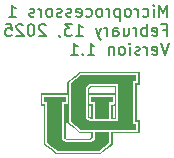
<source format=gbr>
%TF.GenerationSoftware,KiCad,Pcbnew,8.0.8*%
%TF.CreationDate,2025-02-13T00:23:47-07:00*%
%TF.ProjectId,Uno_Shield_ThermoPro,556e6f5f-5368-4696-956c-645f54686572,rev?*%
%TF.SameCoordinates,Original*%
%TF.FileFunction,Legend,Bot*%
%TF.FilePolarity,Positive*%
%FSLAX46Y46*%
G04 Gerber Fmt 4.6, Leading zero omitted, Abs format (unit mm)*
G04 Created by KiCad (PCBNEW 8.0.8) date 2025-02-13 00:23:47*
%MOMM*%
%LPD*%
G01*
G04 APERTURE LIST*
%ADD10C,0.150000*%
%ADD11C,0.000000*%
G04 APERTURE END LIST*
D10*
X121043220Y-76029931D02*
X121043220Y-75029931D01*
X121043220Y-75029931D02*
X120709887Y-75744216D01*
X120709887Y-75744216D02*
X120376554Y-75029931D01*
X120376554Y-75029931D02*
X120376554Y-76029931D01*
X119900363Y-76029931D02*
X119900363Y-75363264D01*
X119900363Y-75029931D02*
X119947982Y-75077550D01*
X119947982Y-75077550D02*
X119900363Y-75125169D01*
X119900363Y-75125169D02*
X119852744Y-75077550D01*
X119852744Y-75077550D02*
X119900363Y-75029931D01*
X119900363Y-75029931D02*
X119900363Y-75125169D01*
X118995602Y-75982312D02*
X119090840Y-76029931D01*
X119090840Y-76029931D02*
X119281316Y-76029931D01*
X119281316Y-76029931D02*
X119376554Y-75982312D01*
X119376554Y-75982312D02*
X119424173Y-75934692D01*
X119424173Y-75934692D02*
X119471792Y-75839454D01*
X119471792Y-75839454D02*
X119471792Y-75553740D01*
X119471792Y-75553740D02*
X119424173Y-75458502D01*
X119424173Y-75458502D02*
X119376554Y-75410883D01*
X119376554Y-75410883D02*
X119281316Y-75363264D01*
X119281316Y-75363264D02*
X119090840Y-75363264D01*
X119090840Y-75363264D02*
X118995602Y-75410883D01*
X118567030Y-76029931D02*
X118567030Y-75363264D01*
X118567030Y-75553740D02*
X118519411Y-75458502D01*
X118519411Y-75458502D02*
X118471792Y-75410883D01*
X118471792Y-75410883D02*
X118376554Y-75363264D01*
X118376554Y-75363264D02*
X118281316Y-75363264D01*
X117805125Y-76029931D02*
X117900363Y-75982312D01*
X117900363Y-75982312D02*
X117947982Y-75934692D01*
X117947982Y-75934692D02*
X117995601Y-75839454D01*
X117995601Y-75839454D02*
X117995601Y-75553740D01*
X117995601Y-75553740D02*
X117947982Y-75458502D01*
X117947982Y-75458502D02*
X117900363Y-75410883D01*
X117900363Y-75410883D02*
X117805125Y-75363264D01*
X117805125Y-75363264D02*
X117662268Y-75363264D01*
X117662268Y-75363264D02*
X117567030Y-75410883D01*
X117567030Y-75410883D02*
X117519411Y-75458502D01*
X117519411Y-75458502D02*
X117471792Y-75553740D01*
X117471792Y-75553740D02*
X117471792Y-75839454D01*
X117471792Y-75839454D02*
X117519411Y-75934692D01*
X117519411Y-75934692D02*
X117567030Y-75982312D01*
X117567030Y-75982312D02*
X117662268Y-76029931D01*
X117662268Y-76029931D02*
X117805125Y-76029931D01*
X117043220Y-75363264D02*
X117043220Y-76363264D01*
X117043220Y-75410883D02*
X116947982Y-75363264D01*
X116947982Y-75363264D02*
X116757506Y-75363264D01*
X116757506Y-75363264D02*
X116662268Y-75410883D01*
X116662268Y-75410883D02*
X116614649Y-75458502D01*
X116614649Y-75458502D02*
X116567030Y-75553740D01*
X116567030Y-75553740D02*
X116567030Y-75839454D01*
X116567030Y-75839454D02*
X116614649Y-75934692D01*
X116614649Y-75934692D02*
X116662268Y-75982312D01*
X116662268Y-75982312D02*
X116757506Y-76029931D01*
X116757506Y-76029931D02*
X116947982Y-76029931D01*
X116947982Y-76029931D02*
X117043220Y-75982312D01*
X116138458Y-76029931D02*
X116138458Y-75363264D01*
X116138458Y-75553740D02*
X116090839Y-75458502D01*
X116090839Y-75458502D02*
X116043220Y-75410883D01*
X116043220Y-75410883D02*
X115947982Y-75363264D01*
X115947982Y-75363264D02*
X115852744Y-75363264D01*
X115376553Y-76029931D02*
X115471791Y-75982312D01*
X115471791Y-75982312D02*
X115519410Y-75934692D01*
X115519410Y-75934692D02*
X115567029Y-75839454D01*
X115567029Y-75839454D02*
X115567029Y-75553740D01*
X115567029Y-75553740D02*
X115519410Y-75458502D01*
X115519410Y-75458502D02*
X115471791Y-75410883D01*
X115471791Y-75410883D02*
X115376553Y-75363264D01*
X115376553Y-75363264D02*
X115233696Y-75363264D01*
X115233696Y-75363264D02*
X115138458Y-75410883D01*
X115138458Y-75410883D02*
X115090839Y-75458502D01*
X115090839Y-75458502D02*
X115043220Y-75553740D01*
X115043220Y-75553740D02*
X115043220Y-75839454D01*
X115043220Y-75839454D02*
X115090839Y-75934692D01*
X115090839Y-75934692D02*
X115138458Y-75982312D01*
X115138458Y-75982312D02*
X115233696Y-76029931D01*
X115233696Y-76029931D02*
X115376553Y-76029931D01*
X114186077Y-75982312D02*
X114281315Y-76029931D01*
X114281315Y-76029931D02*
X114471791Y-76029931D01*
X114471791Y-76029931D02*
X114567029Y-75982312D01*
X114567029Y-75982312D02*
X114614648Y-75934692D01*
X114614648Y-75934692D02*
X114662267Y-75839454D01*
X114662267Y-75839454D02*
X114662267Y-75553740D01*
X114662267Y-75553740D02*
X114614648Y-75458502D01*
X114614648Y-75458502D02*
X114567029Y-75410883D01*
X114567029Y-75410883D02*
X114471791Y-75363264D01*
X114471791Y-75363264D02*
X114281315Y-75363264D01*
X114281315Y-75363264D02*
X114186077Y-75410883D01*
X113376553Y-75982312D02*
X113471791Y-76029931D01*
X113471791Y-76029931D02*
X113662267Y-76029931D01*
X113662267Y-76029931D02*
X113757505Y-75982312D01*
X113757505Y-75982312D02*
X113805124Y-75887073D01*
X113805124Y-75887073D02*
X113805124Y-75506121D01*
X113805124Y-75506121D02*
X113757505Y-75410883D01*
X113757505Y-75410883D02*
X113662267Y-75363264D01*
X113662267Y-75363264D02*
X113471791Y-75363264D01*
X113471791Y-75363264D02*
X113376553Y-75410883D01*
X113376553Y-75410883D02*
X113328934Y-75506121D01*
X113328934Y-75506121D02*
X113328934Y-75601359D01*
X113328934Y-75601359D02*
X113805124Y-75696597D01*
X112947981Y-75982312D02*
X112852743Y-76029931D01*
X112852743Y-76029931D02*
X112662267Y-76029931D01*
X112662267Y-76029931D02*
X112567029Y-75982312D01*
X112567029Y-75982312D02*
X112519410Y-75887073D01*
X112519410Y-75887073D02*
X112519410Y-75839454D01*
X112519410Y-75839454D02*
X112567029Y-75744216D01*
X112567029Y-75744216D02*
X112662267Y-75696597D01*
X112662267Y-75696597D02*
X112805124Y-75696597D01*
X112805124Y-75696597D02*
X112900362Y-75648978D01*
X112900362Y-75648978D02*
X112947981Y-75553740D01*
X112947981Y-75553740D02*
X112947981Y-75506121D01*
X112947981Y-75506121D02*
X112900362Y-75410883D01*
X112900362Y-75410883D02*
X112805124Y-75363264D01*
X112805124Y-75363264D02*
X112662267Y-75363264D01*
X112662267Y-75363264D02*
X112567029Y-75410883D01*
X112138457Y-75982312D02*
X112043219Y-76029931D01*
X112043219Y-76029931D02*
X111852743Y-76029931D01*
X111852743Y-76029931D02*
X111757505Y-75982312D01*
X111757505Y-75982312D02*
X111709886Y-75887073D01*
X111709886Y-75887073D02*
X111709886Y-75839454D01*
X111709886Y-75839454D02*
X111757505Y-75744216D01*
X111757505Y-75744216D02*
X111852743Y-75696597D01*
X111852743Y-75696597D02*
X111995600Y-75696597D01*
X111995600Y-75696597D02*
X112090838Y-75648978D01*
X112090838Y-75648978D02*
X112138457Y-75553740D01*
X112138457Y-75553740D02*
X112138457Y-75506121D01*
X112138457Y-75506121D02*
X112090838Y-75410883D01*
X112090838Y-75410883D02*
X111995600Y-75363264D01*
X111995600Y-75363264D02*
X111852743Y-75363264D01*
X111852743Y-75363264D02*
X111757505Y-75410883D01*
X111138457Y-76029931D02*
X111233695Y-75982312D01*
X111233695Y-75982312D02*
X111281314Y-75934692D01*
X111281314Y-75934692D02*
X111328933Y-75839454D01*
X111328933Y-75839454D02*
X111328933Y-75553740D01*
X111328933Y-75553740D02*
X111281314Y-75458502D01*
X111281314Y-75458502D02*
X111233695Y-75410883D01*
X111233695Y-75410883D02*
X111138457Y-75363264D01*
X111138457Y-75363264D02*
X110995600Y-75363264D01*
X110995600Y-75363264D02*
X110900362Y-75410883D01*
X110900362Y-75410883D02*
X110852743Y-75458502D01*
X110852743Y-75458502D02*
X110805124Y-75553740D01*
X110805124Y-75553740D02*
X110805124Y-75839454D01*
X110805124Y-75839454D02*
X110852743Y-75934692D01*
X110852743Y-75934692D02*
X110900362Y-75982312D01*
X110900362Y-75982312D02*
X110995600Y-76029931D01*
X110995600Y-76029931D02*
X111138457Y-76029931D01*
X110376552Y-76029931D02*
X110376552Y-75363264D01*
X110376552Y-75553740D02*
X110328933Y-75458502D01*
X110328933Y-75458502D02*
X110281314Y-75410883D01*
X110281314Y-75410883D02*
X110186076Y-75363264D01*
X110186076Y-75363264D02*
X110090838Y-75363264D01*
X109805123Y-75982312D02*
X109709885Y-76029931D01*
X109709885Y-76029931D02*
X109519409Y-76029931D01*
X109519409Y-76029931D02*
X109424171Y-75982312D01*
X109424171Y-75982312D02*
X109376552Y-75887073D01*
X109376552Y-75887073D02*
X109376552Y-75839454D01*
X109376552Y-75839454D02*
X109424171Y-75744216D01*
X109424171Y-75744216D02*
X109519409Y-75696597D01*
X109519409Y-75696597D02*
X109662266Y-75696597D01*
X109662266Y-75696597D02*
X109757504Y-75648978D01*
X109757504Y-75648978D02*
X109805123Y-75553740D01*
X109805123Y-75553740D02*
X109805123Y-75506121D01*
X109805123Y-75506121D02*
X109757504Y-75410883D01*
X109757504Y-75410883D02*
X109662266Y-75363264D01*
X109662266Y-75363264D02*
X109519409Y-75363264D01*
X109519409Y-75363264D02*
X109424171Y-75410883D01*
X107662266Y-76029931D02*
X108233694Y-76029931D01*
X107947980Y-76029931D02*
X107947980Y-75029931D01*
X107947980Y-75029931D02*
X108043218Y-75172788D01*
X108043218Y-75172788D02*
X108138456Y-75268026D01*
X108138456Y-75268026D02*
X108233694Y-75315645D01*
X120709887Y-77116065D02*
X121043220Y-77116065D01*
X121043220Y-77639875D02*
X121043220Y-76639875D01*
X121043220Y-76639875D02*
X120567030Y-76639875D01*
X119805125Y-77592256D02*
X119900363Y-77639875D01*
X119900363Y-77639875D02*
X120090839Y-77639875D01*
X120090839Y-77639875D02*
X120186077Y-77592256D01*
X120186077Y-77592256D02*
X120233696Y-77497017D01*
X120233696Y-77497017D02*
X120233696Y-77116065D01*
X120233696Y-77116065D02*
X120186077Y-77020827D01*
X120186077Y-77020827D02*
X120090839Y-76973208D01*
X120090839Y-76973208D02*
X119900363Y-76973208D01*
X119900363Y-76973208D02*
X119805125Y-77020827D01*
X119805125Y-77020827D02*
X119757506Y-77116065D01*
X119757506Y-77116065D02*
X119757506Y-77211303D01*
X119757506Y-77211303D02*
X120233696Y-77306541D01*
X119328934Y-77639875D02*
X119328934Y-76639875D01*
X119328934Y-77020827D02*
X119233696Y-76973208D01*
X119233696Y-76973208D02*
X119043220Y-76973208D01*
X119043220Y-76973208D02*
X118947982Y-77020827D01*
X118947982Y-77020827D02*
X118900363Y-77068446D01*
X118900363Y-77068446D02*
X118852744Y-77163684D01*
X118852744Y-77163684D02*
X118852744Y-77449398D01*
X118852744Y-77449398D02*
X118900363Y-77544636D01*
X118900363Y-77544636D02*
X118947982Y-77592256D01*
X118947982Y-77592256D02*
X119043220Y-77639875D01*
X119043220Y-77639875D02*
X119233696Y-77639875D01*
X119233696Y-77639875D02*
X119328934Y-77592256D01*
X118424172Y-77639875D02*
X118424172Y-76973208D01*
X118424172Y-77163684D02*
X118376553Y-77068446D01*
X118376553Y-77068446D02*
X118328934Y-77020827D01*
X118328934Y-77020827D02*
X118233696Y-76973208D01*
X118233696Y-76973208D02*
X118138458Y-76973208D01*
X117376553Y-76973208D02*
X117376553Y-77639875D01*
X117805124Y-76973208D02*
X117805124Y-77497017D01*
X117805124Y-77497017D02*
X117757505Y-77592256D01*
X117757505Y-77592256D02*
X117662267Y-77639875D01*
X117662267Y-77639875D02*
X117519410Y-77639875D01*
X117519410Y-77639875D02*
X117424172Y-77592256D01*
X117424172Y-77592256D02*
X117376553Y-77544636D01*
X116471791Y-77639875D02*
X116471791Y-77116065D01*
X116471791Y-77116065D02*
X116519410Y-77020827D01*
X116519410Y-77020827D02*
X116614648Y-76973208D01*
X116614648Y-76973208D02*
X116805124Y-76973208D01*
X116805124Y-76973208D02*
X116900362Y-77020827D01*
X116471791Y-77592256D02*
X116567029Y-77639875D01*
X116567029Y-77639875D02*
X116805124Y-77639875D01*
X116805124Y-77639875D02*
X116900362Y-77592256D01*
X116900362Y-77592256D02*
X116947981Y-77497017D01*
X116947981Y-77497017D02*
X116947981Y-77401779D01*
X116947981Y-77401779D02*
X116900362Y-77306541D01*
X116900362Y-77306541D02*
X116805124Y-77258922D01*
X116805124Y-77258922D02*
X116567029Y-77258922D01*
X116567029Y-77258922D02*
X116471791Y-77211303D01*
X115995600Y-77639875D02*
X115995600Y-76973208D01*
X115995600Y-77163684D02*
X115947981Y-77068446D01*
X115947981Y-77068446D02*
X115900362Y-77020827D01*
X115900362Y-77020827D02*
X115805124Y-76973208D01*
X115805124Y-76973208D02*
X115709886Y-76973208D01*
X115471790Y-76973208D02*
X115233695Y-77639875D01*
X114995600Y-76973208D02*
X115233695Y-77639875D01*
X115233695Y-77639875D02*
X115328933Y-77877970D01*
X115328933Y-77877970D02*
X115376552Y-77925589D01*
X115376552Y-77925589D02*
X115471790Y-77973208D01*
X113328933Y-77639875D02*
X113900361Y-77639875D01*
X113614647Y-77639875D02*
X113614647Y-76639875D01*
X113614647Y-76639875D02*
X113709885Y-76782732D01*
X113709885Y-76782732D02*
X113805123Y-76877970D01*
X113805123Y-76877970D02*
X113900361Y-76925589D01*
X112995599Y-76639875D02*
X112376552Y-76639875D01*
X112376552Y-76639875D02*
X112709885Y-77020827D01*
X112709885Y-77020827D02*
X112567028Y-77020827D01*
X112567028Y-77020827D02*
X112471790Y-77068446D01*
X112471790Y-77068446D02*
X112424171Y-77116065D01*
X112424171Y-77116065D02*
X112376552Y-77211303D01*
X112376552Y-77211303D02*
X112376552Y-77449398D01*
X112376552Y-77449398D02*
X112424171Y-77544636D01*
X112424171Y-77544636D02*
X112471790Y-77592256D01*
X112471790Y-77592256D02*
X112567028Y-77639875D01*
X112567028Y-77639875D02*
X112852742Y-77639875D01*
X112852742Y-77639875D02*
X112947980Y-77592256D01*
X112947980Y-77592256D02*
X112995599Y-77544636D01*
X111900361Y-77592256D02*
X111900361Y-77639875D01*
X111900361Y-77639875D02*
X111947980Y-77735113D01*
X111947980Y-77735113D02*
X111995599Y-77782732D01*
X110757504Y-76735113D02*
X110709885Y-76687494D01*
X110709885Y-76687494D02*
X110614647Y-76639875D01*
X110614647Y-76639875D02*
X110376552Y-76639875D01*
X110376552Y-76639875D02*
X110281314Y-76687494D01*
X110281314Y-76687494D02*
X110233695Y-76735113D01*
X110233695Y-76735113D02*
X110186076Y-76830351D01*
X110186076Y-76830351D02*
X110186076Y-76925589D01*
X110186076Y-76925589D02*
X110233695Y-77068446D01*
X110233695Y-77068446D02*
X110805123Y-77639875D01*
X110805123Y-77639875D02*
X110186076Y-77639875D01*
X109567028Y-76639875D02*
X109471790Y-76639875D01*
X109471790Y-76639875D02*
X109376552Y-76687494D01*
X109376552Y-76687494D02*
X109328933Y-76735113D01*
X109328933Y-76735113D02*
X109281314Y-76830351D01*
X109281314Y-76830351D02*
X109233695Y-77020827D01*
X109233695Y-77020827D02*
X109233695Y-77258922D01*
X109233695Y-77258922D02*
X109281314Y-77449398D01*
X109281314Y-77449398D02*
X109328933Y-77544636D01*
X109328933Y-77544636D02*
X109376552Y-77592256D01*
X109376552Y-77592256D02*
X109471790Y-77639875D01*
X109471790Y-77639875D02*
X109567028Y-77639875D01*
X109567028Y-77639875D02*
X109662266Y-77592256D01*
X109662266Y-77592256D02*
X109709885Y-77544636D01*
X109709885Y-77544636D02*
X109757504Y-77449398D01*
X109757504Y-77449398D02*
X109805123Y-77258922D01*
X109805123Y-77258922D02*
X109805123Y-77020827D01*
X109805123Y-77020827D02*
X109757504Y-76830351D01*
X109757504Y-76830351D02*
X109709885Y-76735113D01*
X109709885Y-76735113D02*
X109662266Y-76687494D01*
X109662266Y-76687494D02*
X109567028Y-76639875D01*
X108852742Y-76735113D02*
X108805123Y-76687494D01*
X108805123Y-76687494D02*
X108709885Y-76639875D01*
X108709885Y-76639875D02*
X108471790Y-76639875D01*
X108471790Y-76639875D02*
X108376552Y-76687494D01*
X108376552Y-76687494D02*
X108328933Y-76735113D01*
X108328933Y-76735113D02*
X108281314Y-76830351D01*
X108281314Y-76830351D02*
X108281314Y-76925589D01*
X108281314Y-76925589D02*
X108328933Y-77068446D01*
X108328933Y-77068446D02*
X108900361Y-77639875D01*
X108900361Y-77639875D02*
X108281314Y-77639875D01*
X107376552Y-76639875D02*
X107852742Y-76639875D01*
X107852742Y-76639875D02*
X107900361Y-77116065D01*
X107900361Y-77116065D02*
X107852742Y-77068446D01*
X107852742Y-77068446D02*
X107757504Y-77020827D01*
X107757504Y-77020827D02*
X107519409Y-77020827D01*
X107519409Y-77020827D02*
X107424171Y-77068446D01*
X107424171Y-77068446D02*
X107376552Y-77116065D01*
X107376552Y-77116065D02*
X107328933Y-77211303D01*
X107328933Y-77211303D02*
X107328933Y-77449398D01*
X107328933Y-77449398D02*
X107376552Y-77544636D01*
X107376552Y-77544636D02*
X107424171Y-77592256D01*
X107424171Y-77592256D02*
X107519409Y-77639875D01*
X107519409Y-77639875D02*
X107757504Y-77639875D01*
X107757504Y-77639875D02*
X107852742Y-77592256D01*
X107852742Y-77592256D02*
X107900361Y-77544636D01*
X121186077Y-78249819D02*
X120852744Y-79249819D01*
X120852744Y-79249819D02*
X120519411Y-78249819D01*
X119805125Y-79202200D02*
X119900363Y-79249819D01*
X119900363Y-79249819D02*
X120090839Y-79249819D01*
X120090839Y-79249819D02*
X120186077Y-79202200D01*
X120186077Y-79202200D02*
X120233696Y-79106961D01*
X120233696Y-79106961D02*
X120233696Y-78726009D01*
X120233696Y-78726009D02*
X120186077Y-78630771D01*
X120186077Y-78630771D02*
X120090839Y-78583152D01*
X120090839Y-78583152D02*
X119900363Y-78583152D01*
X119900363Y-78583152D02*
X119805125Y-78630771D01*
X119805125Y-78630771D02*
X119757506Y-78726009D01*
X119757506Y-78726009D02*
X119757506Y-78821247D01*
X119757506Y-78821247D02*
X120233696Y-78916485D01*
X119328934Y-79249819D02*
X119328934Y-78583152D01*
X119328934Y-78773628D02*
X119281315Y-78678390D01*
X119281315Y-78678390D02*
X119233696Y-78630771D01*
X119233696Y-78630771D02*
X119138458Y-78583152D01*
X119138458Y-78583152D02*
X119043220Y-78583152D01*
X118757505Y-79202200D02*
X118662267Y-79249819D01*
X118662267Y-79249819D02*
X118471791Y-79249819D01*
X118471791Y-79249819D02*
X118376553Y-79202200D01*
X118376553Y-79202200D02*
X118328934Y-79106961D01*
X118328934Y-79106961D02*
X118328934Y-79059342D01*
X118328934Y-79059342D02*
X118376553Y-78964104D01*
X118376553Y-78964104D02*
X118471791Y-78916485D01*
X118471791Y-78916485D02*
X118614648Y-78916485D01*
X118614648Y-78916485D02*
X118709886Y-78868866D01*
X118709886Y-78868866D02*
X118757505Y-78773628D01*
X118757505Y-78773628D02*
X118757505Y-78726009D01*
X118757505Y-78726009D02*
X118709886Y-78630771D01*
X118709886Y-78630771D02*
X118614648Y-78583152D01*
X118614648Y-78583152D02*
X118471791Y-78583152D01*
X118471791Y-78583152D02*
X118376553Y-78630771D01*
X117900362Y-79249819D02*
X117900362Y-78583152D01*
X117900362Y-78249819D02*
X117947981Y-78297438D01*
X117947981Y-78297438D02*
X117900362Y-78345057D01*
X117900362Y-78345057D02*
X117852743Y-78297438D01*
X117852743Y-78297438D02*
X117900362Y-78249819D01*
X117900362Y-78249819D02*
X117900362Y-78345057D01*
X117281315Y-79249819D02*
X117376553Y-79202200D01*
X117376553Y-79202200D02*
X117424172Y-79154580D01*
X117424172Y-79154580D02*
X117471791Y-79059342D01*
X117471791Y-79059342D02*
X117471791Y-78773628D01*
X117471791Y-78773628D02*
X117424172Y-78678390D01*
X117424172Y-78678390D02*
X117376553Y-78630771D01*
X117376553Y-78630771D02*
X117281315Y-78583152D01*
X117281315Y-78583152D02*
X117138458Y-78583152D01*
X117138458Y-78583152D02*
X117043220Y-78630771D01*
X117043220Y-78630771D02*
X116995601Y-78678390D01*
X116995601Y-78678390D02*
X116947982Y-78773628D01*
X116947982Y-78773628D02*
X116947982Y-79059342D01*
X116947982Y-79059342D02*
X116995601Y-79154580D01*
X116995601Y-79154580D02*
X117043220Y-79202200D01*
X117043220Y-79202200D02*
X117138458Y-79249819D01*
X117138458Y-79249819D02*
X117281315Y-79249819D01*
X116519410Y-78583152D02*
X116519410Y-79249819D01*
X116519410Y-78678390D02*
X116471791Y-78630771D01*
X116471791Y-78630771D02*
X116376553Y-78583152D01*
X116376553Y-78583152D02*
X116233696Y-78583152D01*
X116233696Y-78583152D02*
X116138458Y-78630771D01*
X116138458Y-78630771D02*
X116090839Y-78726009D01*
X116090839Y-78726009D02*
X116090839Y-79249819D01*
X114328934Y-79249819D02*
X114900362Y-79249819D01*
X114614648Y-79249819D02*
X114614648Y-78249819D01*
X114614648Y-78249819D02*
X114709886Y-78392676D01*
X114709886Y-78392676D02*
X114805124Y-78487914D01*
X114805124Y-78487914D02*
X114900362Y-78535533D01*
X113900362Y-79154580D02*
X113852743Y-79202200D01*
X113852743Y-79202200D02*
X113900362Y-79249819D01*
X113900362Y-79249819D02*
X113947981Y-79202200D01*
X113947981Y-79202200D02*
X113900362Y-79154580D01*
X113900362Y-79154580D02*
X113900362Y-79249819D01*
X112900363Y-79249819D02*
X113471791Y-79249819D01*
X113186077Y-79249819D02*
X113186077Y-78249819D01*
X113186077Y-78249819D02*
X113281315Y-78392676D01*
X113281315Y-78392676D02*
X113376553Y-78487914D01*
X113376553Y-78487914D02*
X113471791Y-78535533D01*
D11*
%TO.C,G\u002A\u002A\u002A*%
G36*
X116452876Y-83041532D02*
G01*
X116452876Y-83287886D01*
X116308461Y-83287886D01*
X116164046Y-83287886D01*
X116164046Y-83984475D01*
X116164046Y-84681063D01*
X115535418Y-84681063D01*
X114906789Y-84681063D01*
X114906789Y-83984475D01*
X114906789Y-83287886D01*
X114770869Y-83287886D01*
X114634949Y-83287886D01*
X114634949Y-83041532D01*
X114634949Y-82795177D01*
X115543913Y-82795177D01*
X116452876Y-82795177D01*
X116452876Y-83041532D01*
G37*
G36*
X112460235Y-83041532D02*
G01*
X112460235Y-83287886D01*
X112315820Y-83287886D01*
X112171405Y-83287886D01*
X112171405Y-84848698D01*
X112171405Y-86409510D01*
X112329849Y-86530704D01*
X112488293Y-86651899D01*
X113541247Y-86651899D01*
X114594200Y-86651899D01*
X114750494Y-86531927D01*
X114906789Y-86411956D01*
X114906789Y-86081693D01*
X114906789Y-85751431D01*
X115535418Y-85751431D01*
X116164046Y-85751431D01*
X116163357Y-86239892D01*
X116162667Y-86728354D01*
X115734360Y-87055287D01*
X115306053Y-87382221D01*
X113539097Y-87381828D01*
X111772141Y-87381435D01*
X111347392Y-87054180D01*
X110922643Y-86726925D01*
X110918314Y-85007405D01*
X110913986Y-83287886D01*
X110769652Y-83287886D01*
X110625318Y-83287886D01*
X110625318Y-83041532D01*
X110625318Y-82795177D01*
X111542776Y-82795177D01*
X112460235Y-82795177D01*
X112460235Y-83041532D01*
G37*
G36*
X118168863Y-83287886D02*
G01*
X118168863Y-85088822D01*
X118313277Y-85088822D01*
X118457692Y-85088822D01*
X118457692Y-85335176D01*
X118457692Y-85581531D01*
X116117324Y-85581408D01*
X113776957Y-85581284D01*
X113348650Y-85254351D01*
X112920343Y-84927417D01*
X112920138Y-83287886D01*
X112919973Y-81964718D01*
X114176221Y-81964718D01*
X114176221Y-83287869D01*
X114176221Y-84611019D01*
X114332516Y-84730991D01*
X114488811Y-84850962D01*
X115700207Y-84850962D01*
X116911605Y-84850962D01*
X116911605Y-83279391D01*
X116911605Y-81707819D01*
X115709565Y-81707983D01*
X114507526Y-81708147D01*
X114341873Y-81836433D01*
X114176221Y-81964718D01*
X112919973Y-81964718D01*
X112919934Y-81648355D01*
X113347421Y-81321298D01*
X113774908Y-80994241D01*
X116116300Y-80994241D01*
X118457692Y-80994241D01*
X118457692Y-81240595D01*
X118457692Y-81486950D01*
X118313277Y-81486950D01*
X118168863Y-81486950D01*
X118168863Y-83279391D01*
X118168863Y-83287886D01*
G37*
G36*
X116741705Y-83279391D02*
G01*
X116741705Y-84069425D01*
X116741705Y-84681063D01*
X116537611Y-84681063D01*
X116333517Y-84681063D01*
X116337979Y-84073672D01*
X116341630Y-83576716D01*
X116469866Y-83576716D01*
X116469866Y-84069425D01*
X116469866Y-84562133D01*
X116546321Y-84562133D01*
X116622776Y-84562133D01*
X116622776Y-84069425D01*
X116622776Y-83576716D01*
X116546321Y-83576716D01*
X116469866Y-83576716D01*
X116341630Y-83576716D01*
X116342441Y-83466281D01*
X116482608Y-83461346D01*
X116622776Y-83456412D01*
X116622776Y-83040845D01*
X116622776Y-82625278D01*
X115543913Y-82625278D01*
X114465051Y-82625278D01*
X114465051Y-83041532D01*
X114465051Y-83457786D01*
X114600970Y-83457786D01*
X114736889Y-83457786D01*
X114736889Y-84069425D01*
X114736889Y-84681063D01*
X114642154Y-84681063D01*
X114632031Y-84681026D01*
X114582647Y-84678204D01*
X114543250Y-84667503D01*
X114501900Y-84644190D01*
X114446660Y-84603530D01*
X114345901Y-84525998D01*
X114349231Y-83576716D01*
X114465051Y-83576716D01*
X114465413Y-84022702D01*
X114465776Y-84468688D01*
X114531840Y-84515411D01*
X114553412Y-84530296D01*
X114589312Y-84553136D01*
X114607932Y-84562133D01*
X114608606Y-84561023D01*
X114611106Y-84536685D01*
X114613344Y-84483678D01*
X114615234Y-84406224D01*
X114616691Y-84308548D01*
X114617628Y-84194874D01*
X114617960Y-84069425D01*
X114617960Y-83576716D01*
X114541505Y-83576716D01*
X114465051Y-83576716D01*
X114349231Y-83576716D01*
X114350258Y-83284107D01*
X114353047Y-82489358D01*
X114465051Y-82489358D01*
X115543913Y-82489358D01*
X116622776Y-82489358D01*
X116622776Y-82251498D01*
X116622776Y-82013639D01*
X115610340Y-82013639D01*
X114597904Y-82013639D01*
X114531840Y-82060361D01*
X114465776Y-82107084D01*
X114465413Y-82298221D01*
X114465051Y-82489358D01*
X114353047Y-82489358D01*
X114354616Y-82042216D01*
X114461764Y-81959968D01*
X114568910Y-81877719D01*
X115655308Y-81877719D01*
X116741705Y-81877719D01*
X116741705Y-82251498D01*
X116741705Y-83279391D01*
G37*
G36*
X118763989Y-81775779D02*
G01*
X118619335Y-81775779D01*
X118474682Y-81775779D01*
X118474682Y-83270896D01*
X118474681Y-83469184D01*
X118474678Y-83683157D01*
X118474673Y-83885223D01*
X118474666Y-84072927D01*
X118474657Y-84243818D01*
X118474647Y-84395443D01*
X118474635Y-84525351D01*
X118474623Y-84631089D01*
X118474609Y-84710203D01*
X118474594Y-84760243D01*
X118474579Y-84778755D01*
X118477055Y-84781197D01*
X118503811Y-84787418D01*
X118553720Y-84792806D01*
X118618994Y-84796407D01*
X118763511Y-84801315D01*
X118763511Y-85335838D01*
X118763511Y-85870360D01*
X117616945Y-85870360D01*
X116470379Y-85870360D01*
X116465875Y-86367207D01*
X116461371Y-86864054D01*
X115936419Y-87267676D01*
X115411468Y-87671297D01*
X113540835Y-87671018D01*
X111670201Y-87670739D01*
X111139265Y-87262643D01*
X110608328Y-86854547D01*
X110608328Y-85215631D01*
X110608328Y-83576716D01*
X110472170Y-83576716D01*
X110336011Y-83576716D01*
X110340498Y-83037284D01*
X110343924Y-82625278D01*
X110455419Y-82625278D01*
X110455419Y-83041532D01*
X110455419Y-83457786D01*
X110599750Y-83457786D01*
X110744082Y-83457786D01*
X110748413Y-85134449D01*
X110752743Y-86811113D01*
X111235251Y-87181740D01*
X111717759Y-87552367D01*
X113545887Y-87550966D01*
X115374013Y-87549566D01*
X115852863Y-87181435D01*
X116331713Y-86813304D01*
X116337077Y-86286615D01*
X116342441Y-85759926D01*
X117485016Y-85755559D01*
X118627592Y-85751192D01*
X118627592Y-85335057D01*
X118627592Y-84918922D01*
X118483177Y-84918922D01*
X118338762Y-84918922D01*
X118338762Y-83287886D01*
X118338762Y-81656850D01*
X118483177Y-81656850D01*
X118627592Y-81656850D01*
X118627592Y-81240595D01*
X118627592Y-80824341D01*
X116171803Y-80824341D01*
X113716015Y-80824341D01*
X113233182Y-81193873D01*
X112750348Y-81563405D01*
X112750653Y-83287886D01*
X112750958Y-85012367D01*
X113234683Y-85381899D01*
X113718407Y-85751431D01*
X114227649Y-85751431D01*
X114736889Y-85751431D01*
X114736889Y-85870360D01*
X114736889Y-86039267D01*
X114736889Y-86327103D01*
X114636240Y-86404551D01*
X114535591Y-86481999D01*
X113540411Y-86481999D01*
X112545230Y-86481999D01*
X112443267Y-86402818D01*
X112341305Y-86323637D01*
X112341305Y-84890711D01*
X112341305Y-83576716D01*
X112460235Y-83576716D01*
X112460235Y-84917495D01*
X112460235Y-86258274D01*
X112526392Y-86310672D01*
X112592549Y-86363069D01*
X113541542Y-86362440D01*
X114490536Y-86361811D01*
X114553812Y-86315718D01*
X114617089Y-86269625D01*
X114617524Y-86069993D01*
X114617960Y-85870360D01*
X114145013Y-85870360D01*
X113672066Y-85870360D01*
X113142938Y-85458354D01*
X112613810Y-85046347D01*
X112613477Y-84311531D01*
X112613144Y-83576716D01*
X112536689Y-83576716D01*
X112460235Y-83576716D01*
X112341305Y-83576716D01*
X112341305Y-83457786D01*
X112485720Y-83457786D01*
X112630134Y-83457786D01*
X112630134Y-83041532D01*
X112630134Y-82625278D01*
X111542776Y-82625278D01*
X110455419Y-82625278D01*
X110343924Y-82625278D01*
X110344984Y-82497853D01*
X111479064Y-82493485D01*
X112613144Y-82489117D01*
X112613144Y-82006161D01*
X112613144Y-81523205D01*
X112685352Y-81464180D01*
X112704821Y-81448620D01*
X112752508Y-81411238D01*
X112820765Y-81358176D01*
X112905857Y-81292325D01*
X113004048Y-81216573D01*
X113111602Y-81133812D01*
X113224783Y-81046929D01*
X113692007Y-80688703D01*
X116223511Y-80692810D01*
X118755016Y-80696916D01*
X118759503Y-81236348D01*
X118759538Y-81240595D01*
X118763989Y-81775779D01*
G37*
%TD*%
M02*

</source>
